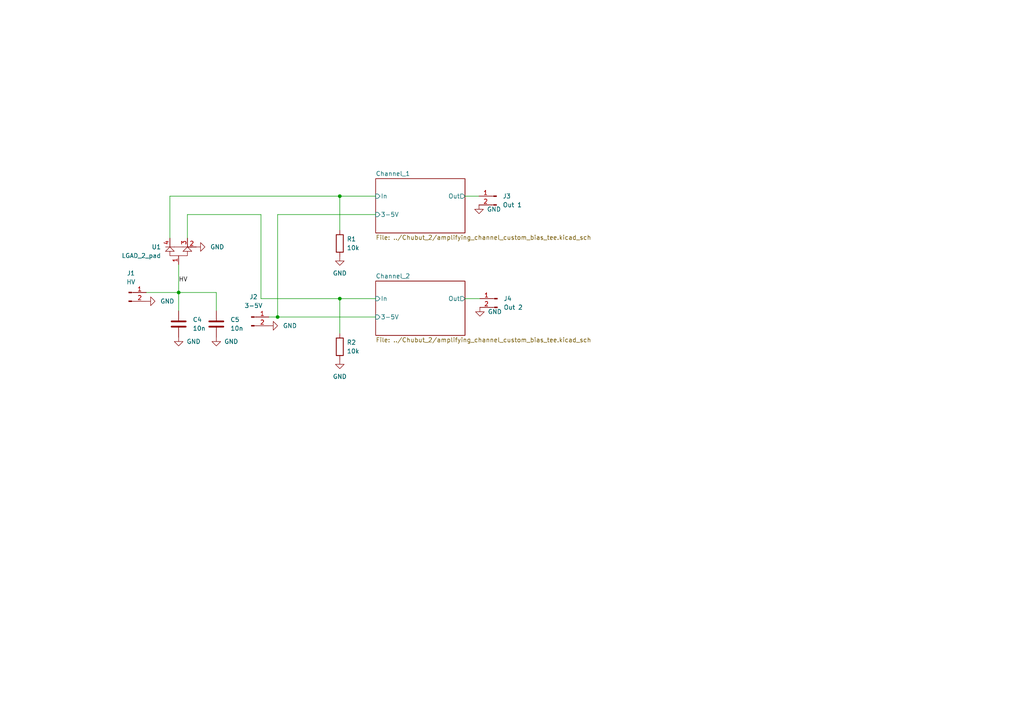
<source format=kicad_sch>
(kicad_sch (version 20211123) (generator eeschema)
  (paper "A4")
  (lib_symbols
    (symbol "Connector:Conn_01x02_Male" (pin_names (offset 1.016) hide)
      (property "Reference" "J" (at 0 2.54 0))
      (property "Value" "Conn_01x02_Male" (at 0 -5.08 0))
      (symbol "Conn_01x02_Male_1_1"
        (polyline (pts (xy 1.27 -2.54) (xy 0.8636 -2.54)) (stroke (width 0.1524)))
        (polyline (pts (xy 1.27 0) (xy 0.8636 0)) (stroke (width 0.1524)))
        (rectangle (start 0.8636 -2.413) (end 0 -2.667) (stroke (width 0.1524)) (fill (type outline)))
        (rectangle (start 0.8636 0.127) (end 0 -0.127) (stroke (width 0.1524)) (fill (type outline)))
        (pin passive line (at 5.08 0 180) (length 3.81) (name "Pin_1") (number "1"))
        (pin passive line (at 5.08 -2.54 180) (length 3.81) (name "Pin_2") (number "2"))
      )
    )
    (symbol "Device:C" (pin_numbers hide) (pin_names (offset 0.254))
      (property "Reference" "C" (at 0.635 2.54 0))
      (property "Value" "C" (at 0.635 -2.54 0))
      (symbol "C_0_1"
        (polyline (pts (xy -2.032 -0.762) (xy 2.032 -0.762)) (stroke (width 0.508)))
        (polyline (pts (xy -2.032 0.762) (xy 2.032 0.762)) (stroke (width 0.508)))
      )
      (symbol "C_1_1"
        (pin passive line (at 0 3.81 270) (length 2.794) (name "~") (number "1"))
        (pin passive line (at 0 -3.81 90) (length 2.794) (name "~") (number "2"))
      )
    )
    (symbol "Device:R" (pin_numbers hide) (pin_names (offset 0))
      (property "Reference" "R" (at 2.032 0 90))
      (property "Value" "R" (at 0 0 90))
      (symbol "R_0_1"
        (rectangle (start -1.016 -2.54) (end 1.016 2.54) (stroke (width 0.254)))
      )
      (symbol "R_1_1"
        (pin passive line (at 0 3.81 270) (length 1.27) (name "~") (number "1"))
        (pin passive line (at 0 -3.81 90) (length 1.27) (name "~") (number "2"))
      )
    )
    (symbol "LGAD:LGAD_2_pad"
      (property "Reference" "U" (at 0 3.81 0))
      (property "Value" "LGAD_2_pad" (at 0 3.81 0))
      (symbol "LGAD_2_pad_0_1"
        (polyline (pts (xy -6.35 -2.54) (xy -3.81 -2.54)))
        (polyline (pts (xy -1.27 -2.54) (xy -3.81 -2.54)))
        (polyline (pts (xy -1.27 -2.54) (xy 1.27 -2.54)))
        (polyline (pts (xy -2.54 -5.08) (xy -5.08 -5.08) (xy -5.08 -3.81)))
        (polyline (pts (xy -2.54 -5.08) (xy 0 -5.08) (xy 0 -3.81)))
        (polyline (pts (xy -6.35 -3.81) (xy -3.81 -3.81) (xy -5.08 -2.54) (xy -6.35 -3.81)))
        (polyline (pts (xy -1.27 -3.81) (xy 1.27 -3.81) (xy 0 -2.54) (xy -1.27 -3.81)))
      )
      (symbol "LGAD_2_pad_1_1"
        (pin unspecified line (at -2.54 -7.62 90) (length 2.54) (name "") (number "1"))
        (pin unspecified line (at 2.54 -2.54 180) (length 2.54) (name "") (number "2"))
        (pin unspecified line (at 0 0 270) (length 2.54) (name "") (number "3"))
        (pin unspecified line (at -5.08 0 270) (length 2.54) (name "") (number "4"))
      )
    )
    (symbol "power:GND" (power) (pin_names (offset 0))
      (property "Value" "GND" (at 0 -3.81 0))
      (symbol "GND_0_1"
        (polyline (pts (xy 0 0) (xy 0 -1.27) (xy 1.27 -1.27) (xy 0 -2.54) (xy -1.27 -1.27) (xy 0 -1.27)))
      )
      (symbol "GND_1_1"
        (pin power_in line (at 0 0 270) (length 0) hide (name "GND") (number "1"))
      )
    )
  )
  (junction (at 98.552 56.896))
  (junction (at 98.552 86.614))
  (junction (at 51.816 84.836))
  (junction (at 80.518 91.948))
  (wire (pts (xy 49.276 69.088) (xy 49.276 56.896)))
  (wire (pts (xy 75.692 86.614) (xy 75.692 62.23)))
  (wire (pts (xy 62.738 84.836) (xy 51.816 84.836)))
  (wire (pts (xy 49.276 56.896) (xy 98.552 56.896)))
  (wire (pts (xy 77.978 91.948) (xy 80.518 91.948)))
  (wire (pts (xy 51.816 76.708) (xy 51.816 84.836)))
  (wire (pts (xy 51.816 84.836) (xy 51.816 90.17)))
  (wire (pts (xy 75.692 86.614) (xy 98.552 86.614)))
  (wire (pts (xy 98.552 86.614) (xy 108.966 86.614)))
  (wire (pts (xy 108.966 62.23) (xy 80.518 62.23)))
  (wire (pts (xy 108.966 56.896) (xy 98.552 56.896)))
  (wire (pts (xy 62.738 90.17) (xy 62.738 84.836)))
  (wire (pts (xy 98.552 96.774) (xy 98.552 86.614)))
  (wire (pts (xy 54.356 62.23) (xy 75.692 62.23)))
  (wire (pts (xy 42.418 84.836) (xy 51.816 84.836)))
  (wire (pts (xy 54.356 69.088) (xy 54.356 62.23)))
  (wire (pts (xy 80.518 91.948) (xy 108.966 91.948)))
  (wire (pts (xy 98.552 56.896) (xy 98.552 66.802)))
  (wire (pts (xy 80.518 62.23) (xy 80.518 91.948)))
  (wire (pts (xy 134.874 56.896) (xy 138.938 56.896)))
  (wire (pts (xy 134.874 86.614) (xy 139.192 86.614)))
  (label "HV" (at 51.816 82.042 0))
  (symbol (lib_id "power:GND") (at 51.816 97.79 0) (unit 1)
    (property "Reference" "#PWR01" (effects hide))
    (property "Value" "GND" (at 54.102 99.0599 0) (effects (justify left)))
  )
  (symbol (lib_id "power:GND") (at 139.192 89.154 0) (unit 1)
    (property "Reference" "#PWR0105" (effects hide))
    (property "Value" "GND" (at 141.478 90.4239 0) (effects (justify left)))
  )
  (symbol (lib_id "Connector:Conn_01x02_Male") (at 144.272 86.614 0) (mirror y) (unit 1)
    (property "Reference" "J4" (at 146.05 86.6139 0) (effects (justify right)))
    (property "Value" "Out 2" (at 146.05 89.1539 0) (effects (justify right)))
    (property "Footprint" "chubut:hand_soldered_50Ohm_edge_connector" (effects hide))
  )
  (symbol (lib_id "Device:R") (at 98.552 100.584 0) (unit 1)
    (property "Reference" "R2" (at 100.584 99.3139 0) (effects (justify left)))
    (property "Value" "10k" (at 100.584 101.8539 0) (effects (justify left)))
    (property "Footprint" "Resistor_SMD:R_0402_1005Metric" (effects hide))
  )
  (symbol (lib_id "power:GND") (at 42.418 87.376 90) (unit 1)
    (property "Reference" "#PWR0104" (effects hide))
    (property "Value" "GND" (at 46.482 87.3759 90) (effects (justify right)))
  )
  (symbol (lib_id "power:GND") (at 138.938 59.436 0) (unit 1)
    (property "Reference" "#PWR0106" (effects hide))
    (property "Value" "GND" (at 141.224 60.7059 0) (effects (justify left)))
  )
  (symbol (lib_id "power:GND") (at 98.552 104.394 0) (unit 1)
    (property "Reference" "#PWR0103" (effects hide))
    (property "Value" "GND" (at 98.552 109.22 0))
  )
  (symbol (lib_id "Device:R") (at 98.552 70.612 0) (unit 1)
    (property "Reference" "R1" (at 100.584 69.3419 0) (effects (justify left)))
    (property "Value" "10k" (at 100.584 71.8819 0) (effects (justify left)))
    (property "Footprint" "Resistor_SMD:R_0402_1005Metric" (effects hide))
  )
  (symbol (lib_id "Connector:Conn_01x02_Male") (at 72.898 91.948 0) (unit 1)
    (property "Reference" "J2" (at 73.533 86.106 0))
    (property "Value" "3-5V" (at 73.533 88.646 0))
    (property "Footprint" "chubut:hand_soldered_50Ohm_edge_connector" (effects hide))
  )
  (symbol (lib_id "Device:C") (at 51.816 93.98 0) (unit 1)
    (property "Reference" "C4" (at 55.88 92.7099 0) (effects (justify left)))
    (property "Value" "10n" (at 55.88 95.2499 0) (effects (justify left)))
    (property "Footprint" "Capacitor_SMD:C_0805_2012Metric" (effects hide))
  )
  (symbol (lib_id "power:GND") (at 98.552 74.422 0) (unit 1)
    (property "Reference" "#PWR0101" (effects hide))
    (property "Value" "GND" (at 98.552 79.248 0))
  )
  (symbol (lib_id "Connector:Conn_01x02_Male") (at 144.018 56.896 0) (mirror y) (unit 1)
    (property "Reference" "J3" (at 145.796 56.8959 0) (effects (justify right)))
    (property "Value" "Out 1" (at 145.796 59.4359 0) (effects (justify right)))
    (property "Footprint" "chubut:hand_soldered_50Ohm_edge_connector" (effects hide))
  )
  (symbol (lib_id "power:GND") (at 62.738 97.79 0) (unit 1)
    (property "Reference" "#PWR02" (effects hide))
    (property "Value" "GND" (at 65.024 99.0599 0) (effects (justify left)))
  )
  (symbol (lib_id "LGAD:LGAD_2_pad") (at 54.356 69.088 0) (unit 1)
    (property "Reference" "U1" (at 46.736 71.6279 0) (effects (justify right)))
    (property "Value" "LGAD_2_pad" (at 46.736 74.1679 0) (effects (justify right)))
    (property "Footprint" "chubut:LGAD" (effects hide))
  )
  (symbol (lib_id "Device:C") (at 62.738 93.98 0) (unit 1)
    (property "Reference" "C5" (at 66.802 92.7099 0) (effects (justify left)))
    (property "Value" "10n" (at 66.802 95.2499 0) (effects (justify left)))
    (property "Footprint" "Capacitor_SMD:C_0805_2012Metric" (effects hide))
  )
  (symbol (lib_id "power:GND") (at 56.896 71.628 90) (unit 1)
    (property "Reference" "#PWR0107" (effects hide))
    (property "Value" "GND" (at 60.96 71.6279 90) (effects (justify right)))
  )
  (symbol (lib_id "power:GND") (at 77.978 94.488 90) (unit 1)
    (property "Reference" "#PWR0102" (effects hide))
    (property "Value" "GND" (at 82.042 94.4879 90) (effects (justify right)))
  )
  (symbol (lib_id "Connector:Conn_01x02_Male") (at 37.338 84.836 0) (unit 1)
    (property "Reference" "J1" (at 37.973 79.248 0))
    (property "Value" "HV" (at 37.973 81.788 0))
    (property "Footprint" "chubut:hand_soldered_50Ohm_edge_connector" (effects hide))
  )
  (sheet (at 108.966 81.534) (size 25.908 15.748) (stroke (width 0.1524))
    (property "Sheet name" "Channel_2" (at 108.966 80.8224 0) (effects (justify left bottom)))
    (property "Sheet file" "../Chubut_2/amplifying_channel_custom_bias_tee.kicad_sch" (at 108.966 97.8666 0) (effects (justify left top)))
    (pin "Out" output (at 134.874 86.614 0))
    (pin "3-5V" input (at 108.966 91.948 180))
    (pin "In" input (at 108.966 86.614 180))
  )
  (sheet (at 108.966 51.816) (size 25.908 15.748) (stroke (width 0.1524))
    (property "Sheet name" "Channel_1" (at 108.966 51.1044 0) (effects (justify left bottom)))
    (property "Sheet file" "../Chubut_2/amplifying_channel_custom_bias_tee.kicad_sch" (at 108.966 68.1486 0) (effects (justify left top)))
    (pin "Out" output (at 134.874 56.896 0))
    (pin "3-5V" input (at 108.966 62.23 180))
    (pin "In" input (at 108.966 56.896 180))
  )
)
</source>
